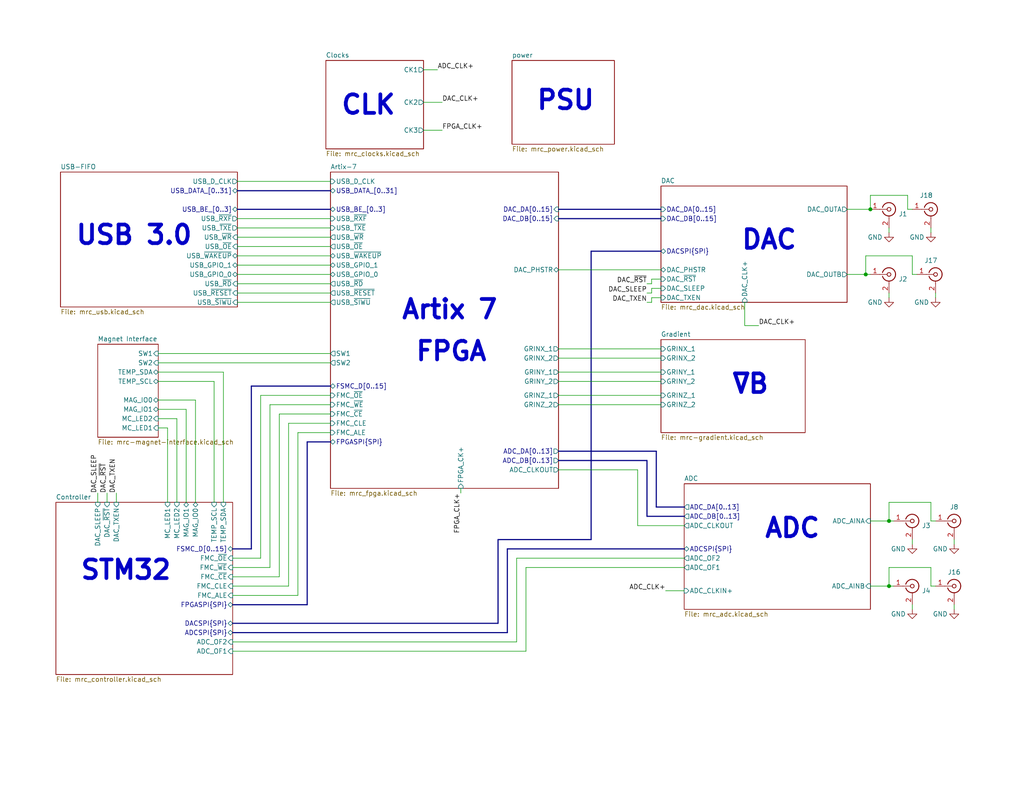
<source format=kicad_sch>
(kicad_sch (version 20230121) (generator eeschema)
  (paper "USLetter")
  (title_block (title "MR-Core") (date "2023-11-14") (rev "3") (company "Micro/Nanofluidic BioMEMS Group, MIT RLE") (comment 1 "Designed by Hans Gaensbauer"))
  (lib_symbols
    (symbol "Connector:Conn_Coaxial" (pin_names (offset 1.016) hide)
      (property "Reference" "J" (at 0.254 3.048 0))
      (property "Value" "Conn_Coaxial" (at 2.921 0 90))
      (symbol "Conn_Coaxial_0_1"
        (arc (start -1.778 -0.508) (mid 0.2311 -1.8066) (end 1.778 0) (stroke (width 0.254)))
        (polyline (pts (xy -2.54 0) (xy -0.508 0)))
        (polyline (pts (xy 0 -2.54) (xy 0 -1.778)))
        (circle (center 0 0) (radius 0.508) (stroke (width 0.2032)))
        (arc (start 1.778 0) (mid 0.2099 1.8101) (end -1.778 0.508) (stroke (width 0.254)))
      )
      (symbol "Conn_Coaxial_1_1"
        (pin passive line (at -5.08 0 0) (length 2.54) (name "In") (number "1"))
        (pin passive line (at 0 -5.08 90) (length 2.54) (name "Ext") (number "2"))
      )
    )
    (symbol "power:GND" (power) (pin_names (offset 0))
      (property "Value" "GND" (at 0 -3.81 0))
      (symbol "GND_0_1"
        (polyline (pts (xy 0 0) (xy 0 -1.27) (xy 1.27 -1.27) (xy 0 -2.54) (xy -1.27 -1.27) (xy 0 -1.27)))
      )
      (symbol "GND_1_1"
        (pin power_in line (at 0 0 270) (length 0) hide (name "GND") (number "1"))
      )
    )
  )
  (junction (at 242.57 160.02))
  (junction (at 236.22 74.93))
  (junction (at 242.57 142.24))
  (junction (at 237.49 57.15))
  (wire (pts (xy 176.53 82.55) (xy 177.8 82.55)))
  (wire (pts (xy 250.19 74.93) (xy 248.92 74.93)))
  (wire (pts (xy 45.72 116.84) (xy 45.72 137.16)))
  (wire (pts (xy 177.8 77.47) (xy 177.8 76.2)))
  (wire (pts (xy 254 154.94) (xy 242.57 154.94)))
  (wire (pts (xy 231.14 74.93) (xy 236.22 74.93)))
  (wire (pts (xy 203.2 82.55) (xy 203.2 88.9)))
  (wire (pts (xy 115.57 19.05) (xy 119.38 19.05)))
  (wire (pts (xy 26.67 134.62) (xy 26.67 137.16)))
  (wire (pts (xy 173.99 143.51) (xy 186.69 143.51)))
  (wire (pts (xy 248.92 165.1) (xy 248.92 166.37)))
  (wire (pts (xy 177.8 81.28) (xy 177.8 82.55)))
  (wire (pts (xy 58.42 104.14) (xy 58.42 137.16)))
  (wire (pts (xy 63.5 160.02) (xy 78.74 160.02)))
  (bus (pts (xy 68.58 105.41) (xy 90.17 105.41)))
  (wire (pts (xy 115.57 35.56) (xy 120.65 35.56)))
  (wire (pts (xy 255.27 142.24) (xy 254 142.24)))
  (wire (pts (xy 64.77 77.47) (xy 90.17 77.47)))
  (wire (pts (xy 140.97 152.4) (xy 186.69 152.4)))
  (bus (pts (xy 83.82 120.65) (xy 90.17 120.65)))
  (wire (pts (xy 152.4 97.79) (xy 180.34 97.79)))
  (wire (pts (xy 255.27 160.02) (xy 254 160.02)))
  (wire (pts (xy 43.18 101.6) (xy 60.96 101.6)))
  (wire (pts (xy 76.2 113.03) (xy 76.2 157.48)))
  (bus (pts (xy 176.53 140.97) (xy 186.69 140.97)))
  (bus (pts (xy 63.5 170.18) (xy 135.89 170.18)))
  (wire (pts (xy 64.77 82.55) (xy 90.17 82.55)))
  (wire (pts (xy 152.4 73.66) (xy 180.34 73.66)))
  (wire (pts (xy 78.74 115.57) (xy 90.17 115.57)))
  (wire (pts (xy 53.34 109.22) (xy 43.18 109.22)))
  (wire (pts (xy 173.99 128.27) (xy 152.4 128.27)))
  (wire (pts (xy 78.74 160.02) (xy 78.74 115.57)))
  (wire (pts (xy 173.99 143.51) (xy 173.99 128.27)))
  (wire (pts (xy 64.77 59.69) (xy 90.17 59.69)))
  (wire (pts (xy 63.5 154.94) (xy 73.66 154.94)))
  (wire (pts (xy 236.22 69.85) (xy 236.22 74.93)))
  (bus (pts (xy 161.29 68.58) (xy 161.29 147.32)))
  (wire (pts (xy 248.92 69.85) (xy 236.22 69.85)))
  (wire (pts (xy 176.53 77.47) (xy 177.8 77.47)))
  (wire (pts (xy 125.73 133.35) (xy 125.73 134.62)))
  (wire (pts (xy 186.69 161.29) (xy 181.61 161.29)))
  (wire (pts (xy 64.77 49.53) (xy 90.17 49.53)))
  (wire (pts (xy 63.5 175.26) (xy 140.97 175.26)))
  (wire (pts (xy 176.53 80.01) (xy 177.8 80.01)))
  (wire (pts (xy 254 142.24) (xy 254 137.16)))
  (bus (pts (xy 63.5 149.86) (xy 68.58 149.86)))
  (wire (pts (xy 247.65 53.34) (xy 237.49 53.34)))
  (wire (pts (xy 237.49 160.02) (xy 242.57 160.02)))
  (wire (pts (xy 64.77 69.85) (xy 90.17 69.85)))
  (wire (pts (xy 248.92 74.93) (xy 248.92 69.85)))
  (bus (pts (xy 63.5 172.72) (xy 138.43 172.72)))
  (wire (pts (xy 203.2 88.9) (xy 207.01 88.9)))
  (bus (pts (xy 63.5 165.1) (xy 83.82 165.1)))
  (wire (pts (xy 152.4 107.95) (xy 180.34 107.95)))
  (wire (pts (xy 90.17 118.11) (xy 81.28 118.11)))
  (wire (pts (xy 64.77 72.39) (xy 90.17 72.39)))
  (wire (pts (xy 60.96 101.6) (xy 60.96 137.16)))
  (wire (pts (xy 248.92 57.15) (xy 247.65 57.15)))
  (bus (pts (xy 64.77 52.07) (xy 90.17 52.07)))
  (wire (pts (xy 180.34 81.28) (xy 177.8 81.28)))
  (wire (pts (xy 152.4 101.6) (xy 180.34 101.6)))
  (wire (pts (xy 143.51 154.94) (xy 143.51 177.8)))
  (bus (pts (xy 138.43 149.86) (xy 138.43 172.72)))
  (wire (pts (xy 31.75 134.62) (xy 31.75 137.16)))
  (wire (pts (xy 236.22 74.93) (xy 237.49 74.93)))
  (wire (pts (xy 43.18 104.14) (xy 58.42 104.14)))
  (wire (pts (xy 115.57 27.94) (xy 120.65 27.94)))
  (wire (pts (xy 81.28 118.11) (xy 81.28 162.56)))
  (wire (pts (xy 248.92 147.32) (xy 248.92 148.59)))
  (wire (pts (xy 180.34 78.74) (xy 177.8 78.74)))
  (wire (pts (xy 43.18 116.84) (xy 45.72 116.84)))
  (wire (pts (xy 254 160.02) (xy 254 154.94)))
  (wire (pts (xy 48.26 114.3) (xy 43.18 114.3)))
  (wire (pts (xy 255.27 80.01) (xy 255.27 81.28)))
  (wire (pts (xy 242.57 160.02) (xy 243.84 160.02)))
  (bus (pts (xy 176.53 125.73) (xy 152.4 125.73)))
  (bus (pts (xy 138.43 149.86) (xy 186.69 149.86)))
  (wire (pts (xy 43.18 96.52) (xy 90.17 96.52)))
  (wire (pts (xy 64.77 62.23) (xy 90.17 62.23)))
  (wire (pts (xy 143.51 154.94) (xy 186.69 154.94)))
  (wire (pts (xy 177.8 76.2) (xy 180.34 76.2)))
  (wire (pts (xy 237.49 53.34) (xy 237.49 57.15)))
  (bus (pts (xy 152.4 59.69) (xy 180.34 59.69)))
  (wire (pts (xy 81.28 162.56) (xy 63.5 162.56)))
  (wire (pts (xy 90.17 107.95) (xy 71.12 107.95)))
  (wire (pts (xy 260.35 147.32) (xy 260.35 148.59)))
  (bus (pts (xy 176.53 140.97) (xy 176.53 125.73)))
  (wire (pts (xy 43.18 111.76) (xy 50.8 111.76)))
  (wire (pts (xy 237.49 142.24) (xy 242.57 142.24)))
  (bus (pts (xy 68.58 105.41) (xy 68.58 149.86)))
  (wire (pts (xy 71.12 152.4) (xy 63.5 152.4)))
  (wire (pts (xy 242.57 80.01) (xy 242.57 81.28)))
  (bus (pts (xy 135.89 147.32) (xy 161.29 147.32)))
  (bus (pts (xy 161.29 68.58) (xy 180.34 68.58)))
  (wire (pts (xy 73.66 154.94) (xy 73.66 110.49)))
  (wire (pts (xy 260.35 165.1) (xy 260.35 166.37)))
  (wire (pts (xy 64.77 67.31) (xy 90.17 67.31)))
  (wire (pts (xy 71.12 107.95) (xy 71.12 152.4)))
  (bus (pts (xy 135.89 170.18) (xy 135.89 147.32)))
  (wire (pts (xy 242.57 62.23) (xy 242.57 63.5)))
  (bus (pts (xy 64.77 57.15) (xy 90.17 57.15)))
  (wire (pts (xy 90.17 113.03) (xy 76.2 113.03)))
  (bus (pts (xy 179.07 123.19) (xy 152.4 123.19)))
  (bus (pts (xy 83.82 120.65) (xy 83.82 165.1)))
  (wire (pts (xy 29.21 134.62) (xy 29.21 137.16)))
  (bus (pts (xy 179.07 138.43) (xy 179.07 123.19)))
  (wire (pts (xy 152.4 95.25) (xy 180.34 95.25)))
  (wire (pts (xy 242.57 137.16) (xy 242.57 142.24)))
  (wire (pts (xy 64.77 80.01) (xy 90.17 80.01)))
  (wire (pts (xy 53.34 137.16) (xy 53.34 109.22)))
  (wire (pts (xy 140.97 152.4) (xy 140.97 175.26)))
  (bus (pts (xy 179.07 138.43) (xy 186.69 138.43)))
  (wire (pts (xy 76.2 157.48) (xy 63.5 157.48)))
  (wire (pts (xy 254 62.23) (xy 254 63.5)))
  (wire (pts (xy 254 137.16) (xy 242.57 137.16)))
  (wire (pts (xy 242.57 142.24) (xy 243.84 142.24)))
  (wire (pts (xy 242.57 154.94) (xy 242.57 160.02)))
  (wire (pts (xy 64.77 64.77) (xy 90.17 64.77)))
  (wire (pts (xy 50.8 111.76) (xy 50.8 137.16)))
  (wire (pts (xy 48.26 137.16) (xy 48.26 114.3)))
  (wire (pts (xy 152.4 110.49) (xy 180.34 110.49)))
  (bus (pts (xy 152.4 57.15) (xy 180.34 57.15)))
  (wire (pts (xy 43.18 99.06) (xy 90.17 99.06)))
  (wire (pts (xy 247.65 57.15) (xy 247.65 53.34)))
  (wire (pts (xy 64.77 74.93) (xy 90.17 74.93)))
  (wire (pts (xy 152.4 104.14) (xy 180.34 104.14)))
  (wire (pts (xy 63.5 177.8) (xy 143.51 177.8)))
  (wire (pts (xy 177.8 78.74) (xy 177.8 80.01)))
  (wire (pts (xy 231.14 57.15) (xy 237.49 57.15)))
  (wire (pts (xy 73.66 110.49) (xy 90.17 110.49)))
  (text "FPGA" (at 113.03 99.06 0) (effects (font (size 5.08 5.08) (thickness 1.016) bold) (justify left bottom)))
  (text "USB 3.0" (at 20.32 67.31 0) (effects (font (size 5.08 5.08) (thickness 1.016) bold) (justify left bottom)))
  (text "ADC" (at 208.28 147.32 0) (effects (font (size 5.08 5.08) (thickness 1.016) bold) (justify left bottom)))
  (text "Artix 7" (at 109.22 87.63 0) (effects (font (size 5.08 5.08) (thickness 1.016) bold) (justify left bottom)))
  (text "STM32" (at 21.59 158.75 0) (effects (font (size 5.08 5.08) (thickness 1.016) bold) (justify left bottom)))
  (text "CLK" (at 92.71 31.75 0) (effects (font (size 5.08 5.08) (thickness 1.016) bold) (justify left bottom)))
  (text "∇B" (at 199.39 107.95 0) (effects (font (size 5.08 5.08) (thickness 1.016) bold) (justify left bottom)))
  (text "DAC" (at 201.93 68.58 0) (effects (font (size 5.08 5.08) (thickness 1.016) bold) (justify left bottom)))
  (text "PSU" (at 146.05 30.48 0) (effects (font (size 5.08 5.08) (thickness 1.016) bold) (justify left bottom)))
  (label "DAC_TXEN" (at 176.53 82.55 180))
  (label "DAC_SLEEP" (at 176.53 80.01 180))
  (label "DAC_~{RST}" (at 176.53 77.47 180))
  (label "ADC_CLK+" (at 181.61 161.29 180))
  (label "FPGA_CLK+" (at 120.65 35.56 0))
  (label "FPGA_CLK+" (at 125.73 134.62 270))
  (label "DAC_~{RST}" (at 29.21 134.62 90))
  (label "ADC_CLK+" (at 119.38 19.05 0))
  (label "DAC_TXEN" (at 31.75 134.62 90))
  (label "DAC_CLK+" (at 120.65 27.94 0))
  (label "DAC_CLK+" (at 207.01 88.9 0))
  (label "DAC_SLEEP" (at 26.67 134.62 90))
  (symbol (lib_id "Connector:Conn_Coaxial") (at 248.92 160.02 0) (unit 1)
    (property "Reference" "J4" (at 252.73 161.29 0))
    (property "Value" "Conn_Coaxial" (effects hide))
    (property "Footprint" "Connector_Coaxial:MMCX_Molex_73415-1471_Vertical" (effects hide))
    (property "Datasheet" " ~" (effects hide))
    (property "MPN" "73415-1471" (effects hide))
  )
  (symbol (lib_id "Connector:Conn_Coaxial") (at 242.57 74.93 0) (unit 1)
    (property "Reference" "J2" (at 246.38 76.2 0))
    (property "Value" "Conn_Coaxial" (effects hide))
    (property "Footprint" "Connector_Coaxial:MMCX_Molex_73415-1471_Vertical" (effects hide))
    (property "Datasheet" " ~" (effects hide))
    (property "MPN" "73415-1471" (effects hide))
  )
  (symbol (lib_id "Connector:Conn_Coaxial") (at 260.35 160.02 0) (unit 1)
    (property "Reference" "J16" (at 260.35 156.21 0))
    (property "Value" "Conn_Coaxial" (effects hide))
    (property "Footprint" "Connector_Coaxial:SMA_Samtec_SMA-J-P-X-ST-EM1_EdgeMount" (effects hide))
    (property "Datasheet" " ~" (effects hide))
    (property "MPN" "73415-1471" (effects hide))
  )
  (symbol (lib_id "Connector:Conn_Coaxial") (at 254 57.15 0) (unit 1)
    (property "Reference" "J18" (at 252.73 53.34 0))
    (property "Value" "Conn_Coaxial" (effects hide))
    (property "Footprint" "Connector_Coaxial:SMA_Samtec_SMA-J-P-X-ST-EM1_EdgeMount" (effects hide))
    (property "Datasheet" " ~" (effects hide))
    (property "MPN" "73415-1471" (effects hide))
  )
  (symbol (lib_id "power:GND") (at 255.27 81.28 0) (mirror y) (unit 1)
    (property "Reference" "#PWR0151" (effects hide))
    (property "Value" "GND" (at 251.46 82.55 0))
  )
  (symbol (lib_id "power:GND") (at 248.92 148.59 0) (mirror y) (unit 1)
    (property "Reference" "#PWR051" (effects hide))
    (property "Value" "GND" (at 245.11 149.86 0))
  )
  (symbol (lib_id "power:GND") (at 242.57 81.28 0) (mirror y) (unit 1)
    (property "Reference" "#PWR067" (effects hide))
    (property "Value" "GND" (at 238.76 82.55 0))
  )
  (symbol (lib_id "power:GND") (at 260.35 166.37 0) (mirror y) (unit 1)
    (property "Reference" "#PWR0150" (effects hide))
    (property "Value" "GND" (at 256.54 167.64 0))
  )
  (symbol (lib_id "Connector:Conn_Coaxial") (at 248.92 142.24 0) (unit 1)
    (property "Reference" "J3" (at 252.73 143.51 0))
    (property "Value" "Conn_Coaxial" (effects hide))
    (property "Footprint" "Connector_Coaxial:MMCX_Molex_73415-1471_Vertical" (effects hide))
    (property "Datasheet" " ~" (effects hide))
    (property "MPN" "73415-1471" (effects hide))
  )
  (symbol (lib_id "Connector:Conn_Coaxial") (at 242.57 57.15 0) (unit 1)
    (property "Reference" "J1" (at 246.38 58.42 0))
    (property "Value" "Conn_Coaxial" (effects hide))
    (property "Footprint" "Connector_Coaxial:MMCX_Molex_73415-1471_Vertical" (effects hide))
    (property "Datasheet" " ~" (effects hide))
    (property "MPN" "73415-1471" (effects hide))
  )
  (symbol (lib_id "Connector:Conn_Coaxial") (at 260.35 142.24 0) (unit 1)
    (property "Reference" "J8" (at 260.35 138.43 0))
    (property "Value" "Conn_Coaxial" (effects hide))
    (property "Footprint" "Connector_Coaxial:SMA_Samtec_SMA-J-P-X-ST-EM1_EdgeMount" (effects hide))
    (property "Datasheet" " ~" (effects hide))
    (property "MPN" "73415-1471" (effects hide))
  )
  (symbol (lib_id "Connector:Conn_Coaxial") (at 255.27 74.93 0) (unit 1)
    (property "Reference" "J17" (at 254 71.12 0))
    (property "Value" "Conn_Coaxial" (effects hide))
    (property "Footprint" "Connector_Coaxial:SMA_Samtec_SMA-J-P-X-ST-EM1_EdgeMount" (effects hide))
    (property "Datasheet" " ~" (effects hide))
    (property "MPN" "73415-1471" (effects hide))
  )
  (symbol (lib_id "power:GND") (at 242.57 63.5 0) (mirror y) (unit 1)
    (property "Reference" "#PWR066" (effects hide))
    (property "Value" "GND" (at 238.76 64.77 0))
  )
  (symbol (lib_id "power:GND") (at 248.92 166.37 0) (mirror y) (unit 1)
    (property "Reference" "#PWR0195" (effects hide))
    (property "Value" "GND" (at 245.11 167.64 0))
  )
  (symbol (lib_id "power:GND") (at 260.35 148.59 0) (mirror y) (unit 1)
    (property "Reference" "#PWR0149" (effects hide))
    (property "Value" "GND" (at 256.54 149.86 0))
  )
  (symbol (lib_id "power:GND") (at 254 63.5 0) (mirror y) (unit 1)
    (property "Reference" "#PWR086" (effects hide))
    (property "Value" "GND" (at 250.19 64.77 0))
  )
  (sheet (at 180.34 50.8) (size 50.8 31.75) (stroke (width 0.1524))
    (property "Sheetname" "DAC" (at 180.34 50.0884 0) (effects (justify left bottom)))
    (property "Sheetfile" "mrc_dac.kicad_sch" (at 180.34 83.1346 0) (effects (justify left top)))
    (pin "DAC_SLEEP" input (at 180.34 78.74 180))
    (pin "DAC_~{RST}" input (at 180.34 76.2 180))
    (pin "DAC_PHSTR" bidirectional (at 180.34 73.66 180))
    (pin "DAC_OUTA" output (at 231.14 57.15 0))
    (pin "DAC_OUTB" output (at 231.14 74.93 0))
    (pin "DACSPI{SPI}" bidirectional (at 180.34 68.58 180))
    (pin "DAC_TXEN" input (at 180.34 81.28 180))
    (pin "DAC_DA[0..15]" input (at 180.34 57.15 180))
    (pin "DAC_DB[0..15]" input (at 180.34 59.69 180))
    (pin "DAC_CLK+" input (at 203.2 82.55 270))
  )
  (sheet (at 180.34 92.71) (size 39.37 25.4) (stroke (width 0.1524))
    (property "Sheetname" "Gradient" (at 180.34 91.9984 0) (effects (justify left bottom)))
    (property "Sheetfile" "mrc-gradient.kicad_sch" (at 180.34 118.6946 0) (effects (justify left top)))
    (pin "GRINY_2" input (at 180.34 104.14 180))
    (pin "GRINZ_1" input (at 180.34 107.95 180))
    (pin "GRINZ_2" input (at 180.34 110.49 180))
    (pin "GRINY_1" input (at 180.34 101.6 180))
    (pin "GRINX_2" input (at 180.34 97.79 180))
    (pin "GRINX_1" input (at 180.34 95.25 180))
  )
  (sheet (at 15.24 137.16) (size 48.26 46.99) (stroke (width 0.1524))
    (property "Sheetname" "Controller" (at 15.24 136.4484 0) (effects (justify left bottom)))
    (property "Sheetfile" "mrc_controller.kicad_sch" (at 15.24 184.7346 0) (effects (justify left top)))
    (pin "DACSPI{SPI}" bidirectional (at 63.5 170.18 0))
    (pin "ADCSPI{SPI}" bidirectional (at 63.5 172.72 0))
    (pin "FSMC_D[0..15]" bidirectional (at 63.5 149.86 0))
    (pin "DAC_~{RST}" input (at 29.21 137.16 90))
    (pin "DAC_SLEEP" input (at 26.67 137.16 90))
    (pin "MAG_IO1" bidirectional (at 50.8 137.16 90))
    (pin "MAG_IO0" bidirectional (at 53.34 137.16 90))
    (pin "ADC_OF2" input (at 63.5 175.26 0))
    (pin "ADC_OF1" input (at 63.5 177.8 0))
    (pin "FMC_~{WE}" input (at 63.5 154.94 0))
    (pin "FMC_~{CE}" input (at 63.5 157.48 0))
    (pin "FMC_~{OE}" input (at 63.5 152.4 0))
    (pin "FMC_ALE" input (at 63.5 162.56 0))
    (pin "FMC_CLE" input (at 63.5 160.02 0))
    (pin "DAC_TXEN" input (at 31.75 137.16 90))
    (pin "FPGASPI{SPI}" bidirectional (at 63.5 165.1 0))
    (pin "TEMP_SDA" input (at 60.96 137.16 90))
    (pin "TEMP_SCL" input (at 58.42 137.16 90))
    (pin "MC_LED1" input (at 45.72 137.16 90))
    (pin "MC_LED2" input (at 48.26 137.16 90))
  )
  (sheet (at 16.51 46.99) (size 48.26 36.83) (stroke (width 0.1524))
    (property "Sheetname" "USB-FIFO" (at 16.51 46.2784 0) (effects (justify left bottom)))
    (property "Sheetfile" "mrc_usb.kicad_sch" (at 16.51 84.4046 0) (effects (justify left top)))
    (pin "USB_DATA_[0..31]" bidirectional (at 64.77 52.07 0))
    (pin "USB_GPIO_0" bidirectional (at 64.77 74.93 0))
    (pin "USB_GPIO_1" bidirectional (at 64.77 72.39 0))
    (pin "USB_~{WAKEUP}" bidirectional (at 64.77 69.85 0))
    (pin "USB_D_CLK" output (at 64.77 49.53 0))
    (pin "USB_~{RESET}" input (at 64.77 80.01 0))
    (pin "USB_~{RD}" input (at 64.77 77.47 0))
    (pin "USB_~{OE}" input (at 64.77 67.31 0))
    (pin "USB_~{SIWU}" input (at 64.77 82.55 0))
    (pin "USB_BE_[0..3]" bidirectional (at 64.77 57.15 0))
    (pin "USB_~{WR}" input (at 64.77 64.77 0))
    (pin "USB_~{RXF}" output (at 64.77 59.69 0))
    (pin "USB_~{TXE}" output (at 64.77 62.23 0))
  )
  (sheet (at 186.69 132.08) (size 50.8 34.29) (stroke (width 0.1524))
    (property "Sheetname" "ADC" (at 186.69 131.3684 0) (effects (justify left bottom)))
    (property "Sheetfile" "mrc_adc.kicad_sch" (at 186.69 166.9546 0) (effects (justify left top)))
    (pin "ADC_CLKIN+" input (at 186.69 161.29 180))
    (pin "ADC_CLKOUT" output (at 186.69 143.51 180))
    (pin "ADC_AINB" input (at 237.49 160.02 0))
    (pin "ADC_AINA" input (at 237.49 142.24 0))
    (pin "ADCSPI{SPI}" bidirectional (at 186.69 149.86 180))
    (pin "ADC_OF2" output (at 186.69 152.4 180))
    (pin "ADC_OF1" output (at 186.69 154.94 180))
    (pin "ADC_DA[0..13]" output (at 186.69 138.43 180))
    (pin "ADC_DB[0..13]" output (at 186.69 140.97 180))
  )
  (sheet (at 88.9 16.51) (size 26.67 24.13) (stroke (width 0.1524))
    (property "Sheetname" "Clocks" (at 88.9 15.7984 0) (effects (justify left bottom)))
    (property "Sheetfile" "mrc_clocks.kicad_sch" (at 88.9 41.2246 0) (effects (justify left top)))
    (pin "CK3" output (at 115.57 35.56 0))
    (pin "CK2" output (at 115.57 27.94 0))
    (pin "CK1" output (at 115.57 19.05 0))
  )
  (sheet (at 26.67 93.98) (size 16.51 25.4) (stroke (width 0.1524))
    (property "Sheetname" "Magnet Interface" (at 26.67 93.2684 0) (effects (justify left bottom)))
    (property "Sheetfile" "mrc-magnet-interface.kicad_sch" (at 26.67 119.9646 0) (effects (justify left top)))
    (pin "TEMP_SCL" bidirectional (at 43.18 104.14 0))
    (pin "MAG_IO0" bidirectional (at 43.18 109.22 0))
    (pin "MAG_IO1" bidirectional (at 43.18 111.76 0))
    (pin "TEMP_SDA" bidirectional (at 43.18 101.6 0))
    (pin "SW1" input (at 43.18 96.52 0))
    (pin "SW2" input (at 43.18 99.06 0))
    (pin "MC_LED2" input (at 43.18 114.3 0))
    (pin "MC_LED1" input (at 43.18 116.84 0))
  )
  (sheet (at 139.7 16.51) (size 27.94 22.86) (stroke (width 0.1524))
    (property "Sheetname" "power" (at 139.7 15.7984 0) (effects (justify left bottom)))
    (property "Sheetfile" "mrc_power.kicad_sch" (at 139.7 39.9546 0) (effects (justify left top)))
  )
  (sheet (at 90.17 46.99) (size 62.23 86.36) (stroke (width 0.1524))
    (property "Sheetname" "Artix-7" (at 90.17 46.2784 0) (effects (justify left bottom)))
    (property "Sheetfile" "mrc_fpga.kicad_sch" (at 90.17 133.9346 0) (effects (justify left top)))
    (pin "ADC_CLKOUT" output (at 152.4 128.27 0))
    (pin "DAC_DB[0..15]" input (at 152.4 59.69 0))
    (pin "DAC_DA[0..15]" input (at 152.4 57.15 0))
    (pin "DAC_PHSTR" bidirectional (at 152.4 73.66 0))
    (pin "FSMC_D[0..15]" bidirectional (at 90.17 105.41 180))
    (pin "USB_DATA_[0..31]" bidirectional (at 90.17 52.07 180))
    (pin "FPGA_CK+" input (at 125.73 133.35 270))
    (pin "SW1" output (at 90.17 96.52 180))
    (pin "SW2" output (at 90.17 99.06 180))
    (pin "USB_D_CLK" input (at 90.17 49.53 180))
    (pin "USB_GPIO_1" bidirectional (at 90.17 72.39 180))
    (pin "USB_GPIO_0" bidirectional (at 90.17 74.93 180))
    (pin "USB_~{RESET}" output (at 90.17 80.01 180))
    (pin "USB_~{RD}" output (at 90.17 77.47 180))
    (pin "USB_~{WAKEUP}" bidirectional (at 90.17 69.85 180))
    (pin "USB_~{SIWU}" output (at 90.17 82.55 180))
    (pin "USB_~{RXF}" input (at 90.17 59.69 180))
    (pin "USB_~{WR}" output (at 90.17 64.77 180))
    (pin "USB_~{TXE}" input (at 90.17 62.23 180))
    (pin "USB_~{OE}" output (at 90.17 67.31 180))
    (pin "USB_BE_[0..3]" bidirectional (at 90.17 57.15 180))
    (pin "ADC_DB[0..13]" output (at 152.4 125.73 0))
    (pin "ADC_DA[0..13]" output (at 152.4 123.19 0))
    (pin "FMC_~{OE}" input (at 90.17 107.95 180))
    (pin "FMC_~{WE}" input (at 90.17 110.49 180))
    (pin "FMC_~{CE}" input (at 90.17 113.03 180))
    (pin "FMC_CLE" input (at 90.17 115.57 180))
    (pin "FMC_ALE" input (at 90.17 118.11 180))
    (pin "GRINX_1" output (at 152.4 95.25 0))
    (pin "GRINY_1" output (at 152.4 101.6 0))
    (pin "GRINX_2" output (at 152.4 97.79 0))
    (pin "GRINZ_1" output (at 152.4 107.95 0))
    (pin "GRINZ_2" output (at 152.4 110.49 0))
    (pin "GRINY_2" output (at 152.4 104.14 0))
    (pin "FPGASPI{SPI}" bidirectional (at 90.17 120.65 180))
  )
)
</source>
